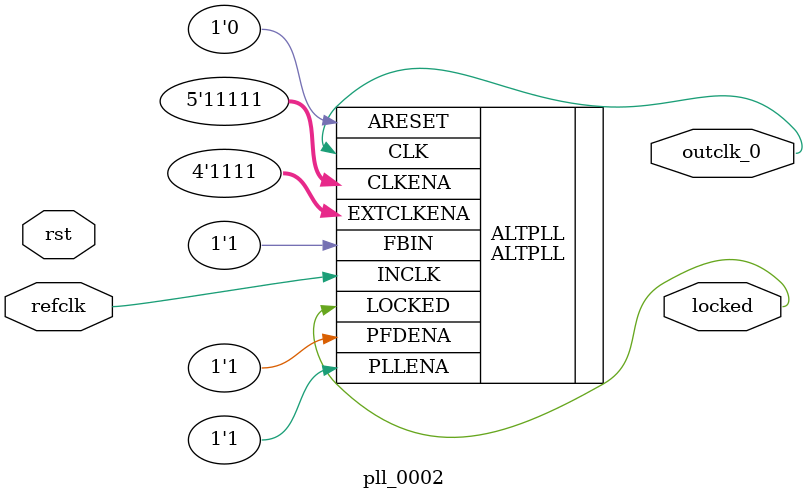
<source format=v>
`timescale 1ns/10ps
module pll_0002 (
	input  wire refclk,
	input  wire rst,
	output wire outclk_0,
	output wire locked
);

`ifdef CYCLONEV
	altera_pll #(
		.fractional_vco_multiplier("false"),
		.reference_clock_frequency("50.0 MHz"),
		.operation_mode("direct"),
		.number_of_clocks(1),
		.output_clock_frequency0("20.000000 MHz"),
		.phase_shift0("0 ps"),
		.duty_cycle0(50),
		.pll_type("General"),
		.pll_subtype("General")
	) altera_pll_i (
		.rst	(rst),
		.outclk	({outclk_0}),
		.locked	(locked),
		.fboutclk	( ),
		.fbclk	(1'b0),
		.refclk	(refclk)
	);
`else
ALTPLL #(
	.BANDWIDTH_TYPE("AUTO"),
	.CLK0_DIVIDE_BY(10'd650),
	.CLK0_DUTY_CYCLE(6'd50),
	.CLK0_MULTIPLY_BY(10'd260),
	.CLK0_PHASE_SHIFT(1'd0),
	.COMPENSATE_CLOCK("CLK0"),
	.INCLK0_INPUT_FREQUENCY(15'd20000),
	.OPERATION_MODE("NORMAL")
) ALTPLL (
	.ARESET(1'd0),
	.CLKENA(5'd31),
	.EXTCLKENA(4'd15),
	.FBIN(1'd1),
	.INCLK(refclk),
	.PFDENA(1'd1),
	.PLLENA(1'd1),
	.CLK({outclk_0}),
	.LOCKED(locked)
);
`endif
endmodule


</source>
